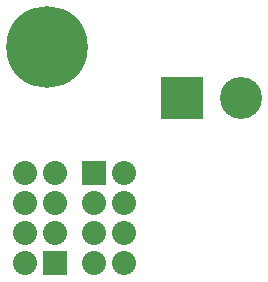
<source format=gts>
G04 #@! TF.GenerationSoftware,KiCad,Pcbnew,(5.1.5)-3*
G04 #@! TF.CreationDate,2022-05-04T20:17:43+02:00*
G04 #@! TF.ProjectId,wa2amp,77613261-6d70-42e6-9b69-6361645f7063,0432 -*
G04 #@! TF.SameCoordinates,Original*
G04 #@! TF.FileFunction,Soldermask,Top*
G04 #@! TF.FilePolarity,Negative*
%FSLAX46Y46*%
G04 Gerber Fmt 4.6, Leading zero omitted, Abs format (unit mm)*
G04 Created by KiCad (PCBNEW (5.1.5)-3) date 2022-05-04 20:17:43*
%MOMM*%
%LPD*%
G04 APERTURE LIST*
%ADD10R,3.556000X3.556000*%
%ADD11C,3.556000*%
%ADD12C,2.032000*%
%ADD13R,2.032000X2.032000*%
%ADD14C,6.908800*%
G04 APERTURE END LIST*
D10*
X131900640Y-82300000D03*
D11*
X136899360Y-82300000D03*
D12*
X118630000Y-88646000D03*
X121170000Y-88646000D03*
X118630000Y-91186000D03*
X121170000Y-91186000D03*
X118630000Y-93726000D03*
X121170000Y-93726000D03*
X118630000Y-96266000D03*
D13*
X121170000Y-96266000D03*
D12*
X127000000Y-96266000D03*
X124460000Y-96266000D03*
X127000000Y-93726000D03*
X124460000Y-93726000D03*
X127000000Y-91186000D03*
X124460000Y-91186000D03*
X127000000Y-88646000D03*
D13*
X124460000Y-88646000D03*
D14*
X120523000Y-77978000D03*
M02*

</source>
